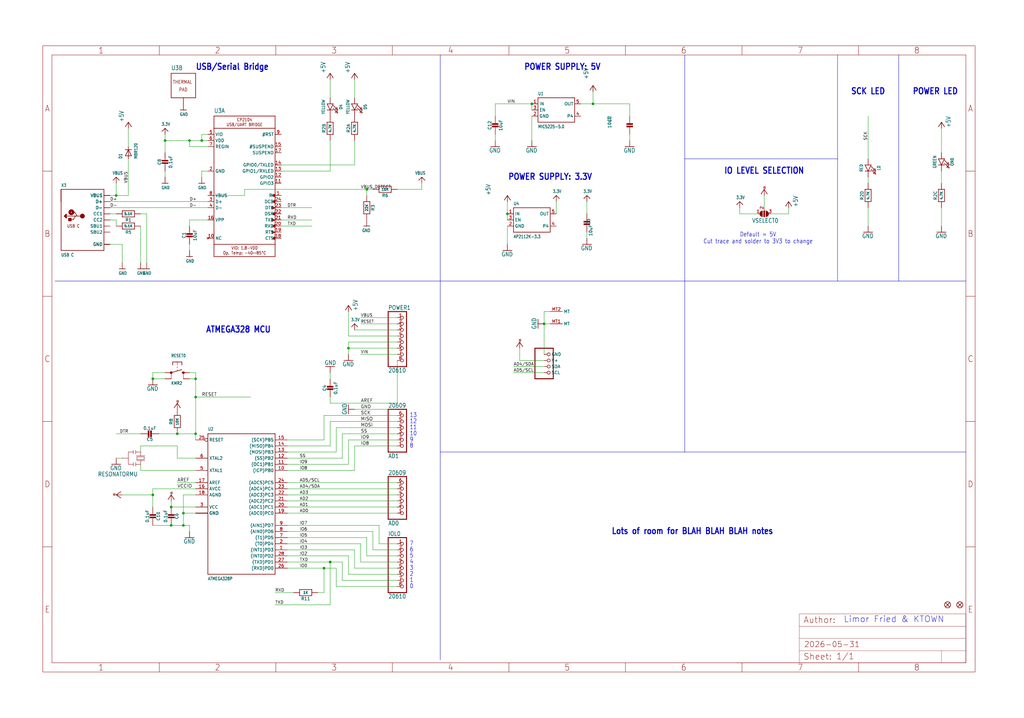
<source format=kicad_sch>
(kicad_sch (version 20230121) (generator eeschema)
  (paper "User" 425.45 298.602)
  (junction (at 63.5 205.74))
  (junction (at 76.2 213.36))
  (junction (at 71.12 210.82))
  (junction (at 68.58 58.42))
  (junction (at 76.2 218.44))
  (junction (at 81.28 180.34))
  (junction (at 48.26 81.28))
  (junction (at 71.12 218.44))
  (junction (at 152.4 78.74))
  (junction (at 73.66 180.34))
  (junction (at 81.28 165.1))
  (junction (at 83.82 58.42))
  (junction (at 226.06 134.62))
  (junction (at 246.38 43.18))
  (junction (at 137.16 233.68))
  (junction (at 81.28 157.48))
  (junction (at 220.98 43.18))
  (junction (at 78.74 58.42))
  (junction (at 210.82 88.9))
  (junction (at 63.5 157.48))
  (junction (at 144.78 144.78))
  (junction (at 134.62 236.22))
  (wire (pts (xy 205.74 55.88) (xy 205.74 58.42)) (stroke (width 0.1524)))
  (wire (pts (xy 139.7 177.8) (xy 139.7 187.96)) (stroke (width 0.1524)))
  (wire (pts (xy 220.98 45.72) (xy 220.98 43.18)) (stroke (width 0.1524)))
  (wire (pts (xy 144.78 193.04) (xy 119.38 193.04)) (stroke (width 0.1524)))
  (wire (pts (xy 142.24 190.5) (xy 142.24 180.34)) (stroke (width 0.1524)))
  (wire (pts (xy 119.38 233.68) (xy 137.16 233.68)) (stroke (width 0.1524)))
  (wire (pts (xy 226.06 152.4) (xy 213.36 152.4)) (stroke (width 0.1524)))
  (wire (pts (xy 165.1 170.18) (xy 147.32 170.18)) (stroke (width 0.1524)))
  (wire (pts (xy 137.16 233.68) (xy 142.24 233.68)) (stroke (width 0.1524)))
  (wire (pts (xy 78.74 154.94) (xy 81.28 154.94)) (stroke (width 0.1524)))
  (wire (pts (xy 152.4 78.74) (xy 152.4 81.28)) (stroke (width 0.1524)))
  (wire (pts (xy 53.34 66.04) (xy 53.34 81.28)) (stroke (width 0.1524)))
  (wire (pts (xy 261.62 55.88) (xy 261.62 58.42)) (stroke (width 0.1524)))
  (polyline (pts (xy 284.48 116.84) (xy 347.98 116.84)) (stroke (width 0.1524) (type solid)))
  (polyline (pts (xy 347.98 116.84) (xy 373.38 116.84)) (stroke (width 0.1524) (type solid)))
  (wire (pts (xy 391.16 86.36) (xy 391.16 93.98)) (stroke (width 0.1524)))
  (wire (pts (xy 165.1 142.24) (xy 144.78 142.24)) (stroke (width 0.1524)))
  (wire (pts (xy 119.38 205.74) (xy 165.1 205.74)) (stroke (width 0.1524)))
  (wire (pts (xy 78.74 58.42) (xy 68.58 58.42)) (stroke (width 0.1524)))
  (wire (pts (xy 165.1 167.64) (xy 137.16 167.64)) (stroke (width 0.1524)))
  (wire (pts (xy 137.16 58.42) (xy 137.16 71.12)) (stroke (width 0.1524)))
  (wire (pts (xy 81.28 210.82) (xy 71.12 210.82)) (stroke (width 0.1524)))
  (wire (pts (xy 142.24 241.3) (xy 165.1 241.3)) (stroke (width 0.1524)))
  (wire (pts (xy 134.62 182.88) (xy 134.62 172.72)) (stroke (width 0.1524)))
  (wire (pts (xy 58.42 187.96) (xy 58.42 185.42)) (stroke (width 0.1524)))
  (wire (pts (xy 165.1 137.16) (xy 147.32 137.16)) (stroke (width 0.1524)))
  (wire (pts (xy 66.04 180.34) (xy 73.66 180.34)) (stroke (width 0.1524)))
  (wire (pts (xy 137.16 157.48) (xy 137.16 154.94)) (stroke (width 0.1524)))
  (wire (pts (xy 134.62 246.38) (xy 134.62 236.22)) (stroke (width 0.1524)))
  (wire (pts (xy 144.78 142.24) (xy 144.78 144.78)) (stroke (width 0.1524)))
  (wire (pts (xy 86.36 60.96) (xy 78.74 60.96)) (stroke (width 0.1524)))
  (wire (pts (xy 246.38 38.1) (xy 246.38 43.18)) (stroke (width 0.1524)))
  (wire (pts (xy 246.38 43.18) (xy 261.62 43.18)) (stroke (width 0.1524)))
  (wire (pts (xy 149.86 147.32) (xy 165.1 147.32)) (stroke (width 0.1524)))
  (wire (pts (xy 307.34 86.36) (xy 307.34 88.9)) (stroke (width 0.1524)))
  (wire (pts (xy 261.62 43.18) (xy 261.62 48.26)) (stroke (width 0.1524)))
  (wire (pts (xy 119.38 218.44) (xy 157.48 218.44)) (stroke (width 0.1524)))
  (wire (pts (xy 165.1 132.08) (xy 149.86 132.08)) (stroke (width 0.1524)))
  (wire (pts (xy 154.94 228.6) (xy 154.94 220.98)) (stroke (width 0.1524)))
  (wire (pts (xy 165.1 177.8) (xy 139.7 177.8)) (stroke (width 0.1524)))
  (wire (pts (xy 228.6 129.54) (xy 226.06 129.54)) (stroke (width 0.1524)))
  (wire (pts (xy 226.06 147.32) (xy 226.06 134.62)) (stroke (width 0.1524)))
  (wire (pts (xy 360.68 93.98) (xy 360.68 86.36)) (stroke (width 0.1524)))
  (wire (pts (xy 154.94 220.98) (xy 119.38 220.98)) (stroke (width 0.1524)))
  (wire (pts (xy 215.9 149.86) (xy 215.9 144.78)) (stroke (width 0.1524)))
  (wire (pts (xy 165.1 228.6) (xy 154.94 228.6)) (stroke (width 0.1524)))
  (wire (pts (xy 45.72 91.44) (xy 48.26 91.44)) (stroke (width 0.1524)))
  (wire (pts (xy 76.2 218.44) (xy 78.74 218.44)) (stroke (width 0.1524)))
  (wire (pts (xy 147.32 185.42) (xy 165.1 185.42)) (stroke (width 0.1524)))
  (wire (pts (xy 50.8 190.5) (xy 48.26 190.5)) (stroke (width 0.1524)))
  (polyline (pts (xy 284.48 116.84) (xy 284.48 187.96)) (stroke (width 0.1524) (type solid)))
  (wire (pts (xy 81.28 200.66) (xy 73.66 200.66)) (stroke (width 0.1524)))
  (wire (pts (xy 147.32 40.64) (xy 147.32 33.02)) (stroke (width 0.1524)))
  (polyline (pts (xy 284.48 22.86) (xy 284.48 66.04)) (stroke (width 0.1524) (type solid)))
  (wire (pts (xy 149.86 226.06) (xy 119.38 226.06)) (stroke (width 0.1524)))
  (wire (pts (xy 50.8 109.22) (xy 50.8 101.6)) (stroke (width 0.1524)))
  (wire (pts (xy 48.26 180.34) (xy 58.42 180.34)) (stroke (width 0.1524)))
  (wire (pts (xy 139.7 187.96) (xy 119.38 187.96)) (stroke (width 0.1524)))
  (wire (pts (xy 360.68 76.2) (xy 360.68 73.66)) (stroke (width 0.1524)))
  (wire (pts (xy 68.58 58.42) (xy 68.58 63.5)) (stroke (width 0.1524)))
  (wire (pts (xy 68.58 71.12) (xy 68.58 73.66)) (stroke (width 0.1524)))
  (wire (pts (xy 165.1 238.76) (xy 144.78 238.76)) (stroke (width 0.1524)))
  (wire (pts (xy 142.24 180.34) (xy 165.1 180.34)) (stroke (width 0.1524)))
  (wire (pts (xy 327.66 86.36) (xy 327.66 88.9)) (stroke (width 0.1524)))
  (polyline (pts (xy 182.88 116.84) (xy 182.88 22.86)) (stroke (width 0.1524) (type solid)))
  (wire (pts (xy 86.36 81.28) (xy 101.6 81.28)) (stroke (width 0.1524)))
  (wire (pts (xy 119.38 210.82) (xy 165.1 210.82)) (stroke (width 0.1524)))
  (wire (pts (xy 165.1 233.68) (xy 149.86 233.68)) (stroke (width 0.1524)))
  (wire (pts (xy 137.16 185.42) (xy 137.16 175.26)) (stroke (width 0.1524)))
  (wire (pts (xy 116.84 71.12) (xy 137.16 71.12)) (stroke (width 0.1524)))
  (wire (pts (xy 134.62 172.72) (xy 165.1 172.72)) (stroke (width 0.1524)))
  (wire (pts (xy 165.1 208.28) (xy 119.38 208.28)) (stroke (width 0.1524)))
  (wire (pts (xy 147.32 228.6) (xy 147.32 236.22)) (stroke (width 0.1524)))
  (wire (pts (xy 119.38 223.52) (xy 152.4 223.52)) (stroke (width 0.1524)))
  (wire (pts (xy 147.32 236.22) (xy 165.1 236.22)) (stroke (width 0.1524)))
  (wire (pts (xy 50.8 205.74) (xy 63.5 205.74)) (stroke (width 0.1524)))
  (wire (pts (xy 60.96 88.9) (xy 60.96 109.22)) (stroke (width 0.1524)))
  (wire (pts (xy 78.74 60.96) (xy 78.74 58.42)) (stroke (width 0.1524)))
  (polyline (pts (xy 401.32 187.96) (xy 284.48 187.96)) (stroke (width 0.1524) (type solid)))
  (wire (pts (xy 144.78 182.88) (xy 144.78 193.04)) (stroke (width 0.1524)))
  (wire (pts (xy 119.38 200.66) (xy 165.1 200.66)) (stroke (width 0.1524)))
  (wire (pts (xy 152.4 78.74) (xy 154.94 78.74)) (stroke (width 0.1524)))
  (wire (pts (xy 134.62 246.38) (xy 132.08 246.38)) (stroke (width 0.1524)))
  (wire (pts (xy 210.82 91.44) (xy 210.82 88.9)) (stroke (width 0.1524)))
  (polyline (pts (xy 22.86 116.84) (xy 182.88 116.84)) (stroke (width 0.1524) (type solid)))
  (wire (pts (xy 307.34 88.9) (xy 314.96 88.9)) (stroke (width 0.1524)))
  (wire (pts (xy 137.16 33.02) (xy 137.16 40.64)) (stroke (width 0.1524)))
  (wire (pts (xy 241.3 43.18) (xy 246.38 43.18)) (stroke (width 0.1524)))
  (wire (pts (xy 226.06 129.54) (xy 226.06 134.62)) (stroke (width 0.1524)))
  (wire (pts (xy 101.6 81.28) (xy 101.6 78.74)) (stroke (width 0.1524)))
  (wire (pts (xy 63.5 205.74) (xy 63.5 203.2)) (stroke (width 0.1524)))
  (wire (pts (xy 116.84 86.36) (xy 129.54 86.36)) (stroke (width 0.1524)))
  (wire (pts (xy 68.58 157.48) (xy 63.5 157.48)) (stroke (width 0.1524)))
  (wire (pts (xy 78.74 91.44) (xy 78.74 93.98)) (stroke (width 0.1524)))
  (polyline (pts (xy 347.98 66.04) (xy 347.98 116.84)) (stroke (width 0.1524) (type solid)))
  (polyline (pts (xy 373.38 116.84) (xy 401.32 116.84)) (stroke (width 0.1524) (type solid)))
  (wire (pts (xy 391.16 53.34) (xy 391.16 63.5)) (stroke (width 0.1524)))
  (polyline (pts (xy 182.88 274.32) (xy 182.88 187.96)) (stroke (width 0.1524) (type solid)))
  (wire (pts (xy 144.78 144.78) (xy 144.78 147.32)) (stroke (width 0.1524)))
  (polyline (pts (xy 284.48 66.04) (xy 347.98 66.04)) (stroke (width 0.1524) (type solid)))
  (wire (pts (xy 149.86 233.68) (xy 149.86 226.06)) (stroke (width 0.1524)))
  (wire (pts (xy 86.36 91.44) (xy 78.74 91.44)) (stroke (width 0.1524)))
  (wire (pts (xy 114.3 251.46) (xy 137.16 251.46)) (stroke (width 0.1524)))
  (wire (pts (xy 76.2 218.44) (xy 76.2 213.36)) (stroke (width 0.1524)))
  (wire (pts (xy 76.2 205.74) (xy 76.2 213.36)) (stroke (width 0.1524)))
  (wire (pts (xy 317.5 81.28) (xy 317.5 86.36)) (stroke (width 0.1524)))
  (wire (pts (xy 71.12 218.44) (xy 63.5 218.44)) (stroke (width 0.1524)))
  (wire (pts (xy 142.24 233.68) (xy 142.24 241.3)) (stroke (width 0.1524)))
  (wire (pts (xy 86.36 58.42) (xy 83.82 58.42)) (stroke (width 0.1524)))
  (wire (pts (xy 243.84 83.82) (xy 243.84 88.9)) (stroke (width 0.1524)))
  (wire (pts (xy 165.1 144.78) (xy 144.78 144.78)) (stroke (width 0.1524)))
  (wire (pts (xy 78.74 157.48) (xy 81.28 157.48)) (stroke (width 0.1524)))
  (wire (pts (xy 231.14 83.82) (xy 231.14 88.9)) (stroke (width 0.1524)))
  (wire (pts (xy 152.4 231.14) (xy 165.1 231.14)) (stroke (width 0.1524)))
  (wire (pts (xy 144.78 231.14) (xy 119.38 231.14)) (stroke (width 0.1524)))
  (wire (pts (xy 81.28 154.94) (xy 81.28 157.48)) (stroke (width 0.1524)))
  (polyline (pts (xy 284.48 66.04) (xy 284.48 116.84)) (stroke (width 0.1524) (type solid)))
  (wire (pts (xy 391.16 76.2) (xy 391.16 71.12)) (stroke (width 0.1524)))
  (wire (pts (xy 119.38 228.6) (xy 147.32 228.6)) (stroke (width 0.1524)))
  (wire (pts (xy 81.28 205.74) (xy 76.2 205.74)) (stroke (width 0.1524)))
  (wire (pts (xy 86.36 71.12) (xy 83.82 71.12)) (stroke (width 0.1524)))
  (wire (pts (xy 63.5 154.94) (xy 63.5 157.48)) (stroke (width 0.1524)))
  (wire (pts (xy 53.34 81.28) (xy 48.26 81.28)) (stroke (width 0.1524)))
  (polyline (pts (xy 373.38 22.86) (xy 373.38 116.84)) (stroke (width 0.1524) (type solid)))
  (wire (pts (xy 81.28 182.88) (xy 81.28 180.34)) (stroke (width 0.1524)))
  (wire (pts (xy 81.28 157.48) (xy 81.28 165.1)) (stroke (width 0.1524)))
  (wire (pts (xy 220.98 48.26) (xy 220.98 58.42)) (stroke (width 0.1524)))
  (wire (pts (xy 205.74 43.18) (xy 220.98 43.18)) (stroke (width 0.1524)))
  (wire (pts (xy 116.84 68.58) (xy 147.32 68.58)) (stroke (width 0.1524)))
  (wire (pts (xy 45.72 88.9) (xy 48.26 88.9)) (stroke (width 0.1524)))
  (wire (pts (xy 81.28 195.58) (xy 58.42 195.58)) (stroke (width 0.1524)))
  (polyline (pts (xy 347.98 22.86) (xy 347.98 66.04)) (stroke (width 0.1524) (type solid)))
  (wire (pts (xy 129.54 93.98) (xy 116.84 93.98)) (stroke (width 0.1524)))
  (wire (pts (xy 86.36 55.88) (xy 83.82 55.88)) (stroke (width 0.1524)))
  (wire (pts (xy 63.5 210.82) (xy 63.5 205.74)) (stroke (width 0.1524)))
  (wire (pts (xy 68.58 154.94) (xy 63.5 154.94)) (stroke (width 0.1524)))
  (wire (pts (xy 78.74 218.44) (xy 78.74 220.98)) (stroke (width 0.1524)))
  (wire (pts (xy 68.58 58.42) (xy 68.58 55.88)) (stroke (width 0.1524)))
  (wire (pts (xy 137.16 251.46) (xy 137.16 233.68)) (stroke (width 0.1524)))
  (wire (pts (xy 147.32 195.58) (xy 147.32 185.42)) (stroke (width 0.1524)))
  (wire (pts (xy 226.06 149.86) (xy 215.9 149.86)) (stroke (width 0.1524)))
  (wire (pts (xy 137.16 175.26) (xy 165.1 175.26)) (stroke (width 0.1524)))
  (wire (pts (xy 139.7 243.84) (xy 139.7 236.22)) (stroke (width 0.1524)))
  (wire (pts (xy 53.34 53.34) (xy 53.34 60.96)) (stroke (width 0.1524)))
  (wire (pts (xy 101.6 78.74) (xy 152.4 78.74)) (stroke (width 0.1524)))
  (wire (pts (xy 175.26 78.74) (xy 175.26 76.2)) (stroke (width 0.1524)))
  (wire (pts (xy 116.84 91.44) (xy 129.54 91.44)) (stroke (width 0.1524)))
  (wire (pts (xy 210.82 88.9) (xy 210.82 83.82)) (stroke (width 0.1524)))
  (wire (pts (xy 360.68 66.04) (xy 360.68 48.26)) (stroke (width 0.1524)))
  (wire (pts (xy 45.72 81.28) (xy 48.26 81.28)) (stroke (width 0.1524)))
  (wire (pts (xy 134.62 236.22) (xy 119.38 236.22)) (stroke (width 0.1524)))
  (wire (pts (xy 83.82 71.12) (xy 83.82 73.66)) (stroke (width 0.1524)))
  (wire (pts (xy 48.26 91.44) (xy 48.26 93.98)) (stroke (width 0.1524)))
  (wire (pts (xy 165.1 203.2) (xy 119.38 203.2)) (stroke (width 0.1524)))
  (wire (pts (xy 165.1 139.7) (xy 144.78 139.7)) (stroke (width 0.1524)))
  (wire (pts (xy 119.38 182.88) (xy 134.62 182.88)) (stroke (width 0.1524)))
  (wire (pts (xy 83.82 55.88) (xy 83.82 58.42)) (stroke (width 0.1524)))
  (wire (pts (xy 45.72 83.82) (xy 86.36 83.82)) (stroke (width 0.1524)))
  (wire (pts (xy 165.1 167.64) (xy 165.1 149.86)) (stroke (width 0.1524)))
  (wire (pts (xy 226.06 134.62) (xy 228.6 134.62)) (stroke (width 0.1524)))
  (wire (pts (xy 147.32 68.58) (xy 147.32 58.42)) (stroke (width 0.1524)))
  (wire (pts (xy 81.28 203.2) (xy 63.5 203.2)) (stroke (width 0.1524)))
  (polyline (pts (xy 284.48 187.96) (xy 182.88 187.96)) (stroke (width 0.1524) (type solid)))
  (wire (pts (xy 139.7 236.22) (xy 134.62 236.22)) (stroke (width 0.1524)))
  (wire (pts (xy 210.82 101.6) (xy 210.82 93.98)) (stroke (width 0.1524)))
  (polyline (pts (xy 284.48 116.84) (xy 182.88 116.84)) (stroke (width 0.1524) (type solid)))
  (wire (pts (xy 165.1 213.36) (xy 119.38 213.36)) (stroke (width 0.1524)))
  (wire (pts (xy 157.48 226.06) (xy 165.1 226.06)) (stroke (width 0.1524)))
  (wire (pts (xy 165.1 243.84) (xy 139.7 243.84)) (stroke (width 0.1524)))
  (wire (pts (xy 76.2 218.44) (xy 71.12 218.44)) (stroke (width 0.1524)))
  (wire (pts (xy 58.42 185.42) (xy 73.66 185.42)) (stroke (width 0.1524)))
  (wire (pts (xy 157.48 218.44) (xy 157.48 226.06)) (stroke (width 0.1524)))
  (wire (pts (xy 45.72 86.36) (xy 86.36 86.36)) (stroke (width 0.1524)))
  (wire (pts (xy 73.66 190.5) (xy 81.28 190.5)) (stroke (width 0.1524)))
  (wire (pts (xy 104.14 165.1) (xy 81.28 165.1)) (stroke (width 0.1524)))
  (wire (pts (xy 83.82 58.42) (xy 78.74 58.42)) (stroke (width 0.1524)))
  (wire (pts (xy 144.78 238.76) (xy 144.78 231.14)) (stroke (width 0.1524)))
  (wire (pts (xy 73.66 185.42) (xy 73.66 190.5)) (stroke (width 0.1524)))
  (wire (pts (xy 48.26 81.28) (xy 48.26 76.2)) (stroke (width 0.1524)))
  (wire (pts (xy 73.66 180.34) (xy 81.28 180.34)) (stroke (width 0.1524)))
  (wire (pts (xy 165.1 78.74) (xy 175.26 78.74)) (stroke (width 0.1524)))
  (wire (pts (xy 58.42 88.9) (xy 60.96 88.9)) (stroke (width 0.1524)))
  (wire (pts (xy 71.12 210.82) (xy 71.12 208.28)) (stroke (width 0.1524)))
  (wire (pts (xy 137.16 185.42) (xy 119.38 185.42)) (stroke (width 0.1524)))
  (wire (pts (xy 226.06 154.94) (xy 213.36 154.94)) (stroke (width 0.1524)))
  (wire (pts (xy 149.86 134.62) (xy 165.1 134.62)) (stroke (width 0.1524)))
  (wire (pts (xy 165.1 182.88) (xy 144.78 182.88)) (stroke (width 0.1524)))
  (wire (pts (xy 58.42 93.98) (xy 58.42 109.22)) (stroke (width 0.1524)))
  (wire (pts (xy 119.38 190.5) (xy 142.24 190.5)) (stroke (width 0.1524)))
  (wire (pts (xy 327.66 88.9) (xy 320.04 88.9)) (stroke (width 0.1524)))
  (wire (pts (xy 119.38 195.58) (xy 147.32 195.58)) (stroke (width 0.1524)))
  (wire (pts (xy 144.78 129.54) (xy 144.78 139.7)) (stroke (width 0.1524)))
  (wire (pts (xy 243.84 96.52) (xy 243.84 99.06)) (stroke (width 0.1524)))
  (wire (pts (xy 76.2 213.36) (xy 81.28 213.36)) (stroke (width 0.1524)))
  (wire (pts (xy 152.4 223.52) (xy 152.4 231.14)) (stroke (width 0.1524)))
  (wire (pts (xy 205.74 43.18) (xy 205.74 48.26)) (stroke (width 0.1524)))
  (polyline (pts (xy 182.88 187.96) (xy 182.88 116.84)) (stroke (width 0.1524) (type solid)))
  (wire (pts (xy 78.74 101.6) (xy 78.74 104.14)) (stroke (width 0.1524)))
  (wire (pts (xy 50.8 101.6) (xy 45.72 101.6)) (stroke (width 0.1524)))
  (wire (pts (xy 81.28 180.34) (xy 81.28 165.1)) (stroke (width 0.1524)))
  (wire (pts (xy 137.16 165.1) (xy 137.16 167.64)) (stroke (width 0.1524)))
  (wire (pts (xy 58.42 195.58) (xy 58.42 193.04)) (stroke (width 0.1524)))
  (wire (pts (xy 114.3 246.38) (xy 121.92 246.38)) (stroke (width 0.1524)))
  (text "1" (at 170.18 241.3 0) (effects (font (size 1.778 1.5113)) (justify left)))
  (text "4" (at 170.18 233.68 0) (effects (font (size 1.778 1.5113)) (justify left)))
  (text "2" (at 170.18 238.76 0) (effects (font (size 1.778 1.5113)) (justify left)))
  (text "5" (at 170.18 231.14 0) (effects (font (size 1.778 1.5113)) (justify left)))
  (text "0" (at 170.18 243.84 0) (effects (font (size 1.778 1.5113)) (justify left)))
  (text "6" (at 170.18 228.6 0) (effects (font (size 1.778 1.5113)) (justify left)))
  (text "IO LEVEL SELECTION" (at 317.5 71.12 0) (effects (font (size 2.54 2.159) (thickness 0.4318) bold)))
  (text "11" (at 170.18 177.8 0) (effects (font (size 1.778 1.5113)) (justify left)))
  (text "POWER LED" (at 388.62 38.1 0) (effects (font (size 2.54 2.159) (thickness 0.4318) bold)))
  (text "13" (at 170.18 172.72 0) (effects (font (size 1.778 1.5113)) (justify left)))
  (text "12" (at 170.18 175.26 0) (effects (font (size 1.778 1.5113)) (justify left)))
  (text "Limor Fried & KTOWN" (at 350.52 259.08 0) (effects (font (size 2.54 2.54)) (justify left bottom)))
  (text "Default = 5V\nCut trace and solder to 3V3 to change" (at 314.96 99.06 0) (effects (font (size 1.778 1.5113))))
  (text "POWER SUPPLY: 3.3V" (at 228.6 73.66 0) (effects (font (size 2.54 2.159) (thickness 0.4318) bold)))
  (text "POWER SUPPLY: 5V" (at 233.68 27.94 0) (effects (font (size 2.54 2.159) (thickness 0.4318) bold)))
  (text "USB/Serial Bridge" (at 96.52 27.94 0) (effects (font (size 2.54 2.159) (thickness 0.4318) bold)))
  (text "3" (at 170.18 236.22 0) (effects (font (size 1.778 1.5113)) (justify left)))
  (text "9" (at 170.18 182.88 0) (effects (font (size 1.778 1.5113)) (justify left)))
  (text "SCK LED" (at 360.68 38.1 0) (effects (font (size 2.54 2.159) (thickness 0.4318) bold)))
  (text "Lots of room for BLAH BLAH BLAH notes" (at 254 220.98 0) (effects (font (size 2.54 2.159) (thickness 0.4318) bold) (justify left)))
  (text "10" (at 170.18 180.34 0) (effects (font (size 1.778 1.5113)) (justify left)))
  (text "8" (at 170.18 185.42 0) (effects (font (size 1.778 1.5113)) (justify left)))
  (text "ATMEGA328 MCU" (at 99.06 137.16 0) (effects (font (size 2.54 2.159) (thickness 0.4318) bold)))
  (text "7" (at 170.18 226.06 0) (effects (font (size 1.778 1.5113)) (justify left)))
  (label "IO2" (at 124.46 231.14 0) (effects (font (size 1.2446 1.2446))))
  (label "AD5/SCL" (at 213.36 154.94 0) (effects (font (size 1.2446 1.2446))))
  (label "RXD" (at 114.3 246.38 0) (effects (font (size 1.2446 1.2446))))
  (label "AD3" (at 124.46 205.74 0) (effects (font (size 1.2446 1.2446))))
  (label "RXD" (at 119.38 91.44 0) (effects (font (size 1.2446 1.2446))))
  (label "D-" (at 45.72 86.36 0) (effects (font (size 1.2446 1.2446))))
  (label "IO9" (at 124.46 193.04 0) (effects (font (size 1.2446 1.2446))))
  (label "SS" (at 124.46 190.5 0) (effects (font (size 1.2446 1.2446))))
  (label "IO9" (at 149.86 182.88 0) (effects (font (size 1.3513 1.3513))))
  (label "IO0" (at 124.46 236.22 0) (effects (font (size 1.2446 1.2446))))
  (label "DTR" (at 119.38 86.36 0) (effects (font (size 1.2446 1.2446))))
  (label "TXD" (at 124.46 233.68 0) (effects (font (size 1.2446 1.2446))))
  (label "IO6" (at 124.46 220.98 0) (effects (font (size 1.2446 1.2446))))
  (label "AD4/SDA" (at 124.46 203.2 0) (effects (font (size 1.2446 1.2446))))
  (label "IO7" (at 124.46 218.44 0) (effects (font (size 1.2446 1.2446))))
  (label "D-" (at 78.74 86.36 0) (effects (font (size 1.2446 1.2446))))
  (label "SCK" (at 360.68 58.42 90) (effects (font (size 1.2446 1.2446))))
  (label "VBUS" (at 53.34 76.2 90) (effects (font (size 1.2446 1.2446))))
  (label "DTR" (at 53.34 180.34 180) (effects (font (size 1.2446 1.2446))))
  (label "TXD" (at 114.3 251.46 0) (effects (font (size 1.2446 1.2446))))
  (label "SCK" (at 149.86 172.72 0) (effects (font (size 1.3513 1.3513))))
  (label "AD1" (at 124.46 210.82 0) (effects (font (size 1.2446 1.2446))))
  (label "AD2" (at 124.46 208.28 0) (effects (font (size 1.2446 1.2446))))
  (label "RESET" (at 149.86 134.62 0) (effects (font (size 1.1735 1.1735))))
  (label "IO8" (at 124.46 195.58 0) (effects (font (size 1.2446 1.2446))))
  (label "VBUS" (at 149.86 132.08 0) (effects (font (size 1.2446 1.2446))))
  (label "GND" (at 149.86 170.18 0) (effects (font (size 1.3513 1.3513))))
  (label "IO5" (at 124.46 223.52 0) (effects (font (size 1.2446 1.2446))))
  (label "VIN" (at 149.86 147.32 0) (effects (font (size 1.2446 1.2446))))
  (label "VBUS_DETECT" (at 149.86 78.74 0) (effects (font (size 1.2446 1.2446))))
  (label "RESET" (at 83.82 165.1 0) (effects (font (size 1.3513 1.3513))))
  (label "AD0" (at 124.46 213.36 0) (effects (font (size 1.2446 1.2446))))
  (label "AD4/SDA" (at 213.36 152.4 0) (effects (font (size 1.2446 1.2446))))
  (label "TXD" (at 119.38 93.98 0) (effects (font (size 1.2446 1.2446))))
  (label "IO4" (at 124.46 226.06 0) (effects (font (size 1.2446 1.2446))))
  (label "AD5/SCL" (at 124.46 200.66 0) (effects (font (size 1.2446 1.2446))))
  (label "D+" (at 78.74 83.82 0) (effects (font (size 1.2446 1.2446))))
  (label "VCCIO" (at 73.66 203.2 0) (effects (font (size 1.3513 1.3513))))
  (label "AREF" (at 149.86 167.64 0) (effects (font (size 1.3513 1.3513))))
  (label "SS" (at 149.86 180.34 0) (effects (font (size 1.3513 1.3513))))
  (label "VIN" (at 210.82 43.18 0) (effects (font (size 1.2446 1.2446))))
  (label "IO3" (at 124.46 228.6 0) (effects (font (size 1.2446 1.2446))))
  (label "AREF" (at 73.66 200.66 0) (effects (font (size 1.3513 1.3513))))
  (label "D+" (at 45.72 83.82 0) (effects (font (size 1.2446 1.2446))))
  (label "MOSI" (at 149.86 177.8 0) (effects (font (size 1.3513 1.3513))))
  (label "IO8" (at 149.86 185.42 0) (effects (font (size 1.3513 1.3513))))
  (label "MISO" (at 149.86 175.26 0) (effects (font (size 1.3513 1.3513))))
  (symbol (lib_id "working-eagle-import:microbuilder_GND") (at 58.42 111.76 0) (unit 1)
    (property "Reference" "#U$13" (effects hide))
    (property "Value" "GND" (at 56.896 114.3 0) (effects (font (size 1.27 1.0795)) (justify left bottom)))
  )
  (symbol (lib_id "working-eagle-import:3.3V") (at 231.14 81.28 0) (unit 1)
    (property "Reference" "#U$3" (effects hide))
    (property "Value" "3.3V" (at 229.616 80.264 0) (effects (font (size 1.27 1.0795)) (justify left bottom)))
  )
  (symbol (lib_id "working-eagle-import:GND") (at 144.78 149.86 0) (unit 1)
    (property "Reference" "#GND5" (effects hide))
    (property "Value" "GND" (at 142.24 152.4 0) (effects (font (size 1.778 1.5113)) (justify left bottom)))
  )
  (symbol (lib_id "working-eagle-import:A3L-LOC-MOD") (at 17.78 279.4 0) (unit 1)
    (property "Reference" "#FRAME1" (effects hide))
    (property "Value" "A3L-LOC-MOD" (effects hide))
  )
  (symbol (lib_id "working-eagle-import:CAP_CERAMIC0603_NO") (at 71.12 213.36 180) (unit 1)
    (property "Reference" "C6" (at 73.41 214.61 90))
    (property "Value" "0.1uF" (at 68.82 214.61 90))
    (property "Footprint" "working:0603-NO" (effects hide))
  )
  (symbol (lib_id "working-eagle-import:GND") (at 78.74 223.52 0) (unit 1)
    (property "Reference" "#GND2" (effects hide))
    (property "Value" "GND" (at 76.2 226.06 0) (effects (font (size 1.778 1.5113)) (justify left bottom)))
  )
  (symbol (lib_id "working-eagle-import:GND") (at 261.62 60.96 0) (unit 1)
    (property "Reference" "#GND7" (effects hide))
    (property "Value" "GND" (at 259.08 63.5 0) (effects (font (size 1.778 1.5113)) (justify left bottom)))
  )
  (symbol (lib_id "working-eagle-import:HEADER-1X6ROUND") (at 167.64 177.8 0) (mirror x) (unit 1)
    (property "Reference" "AD1" (at 161.29 188.595 0) (effects (font (size 1.778 1.5113)) (justify left bottom)))
    (property "Value" "20609" (at 161.29 167.64 0) (effects (font (size 1.778 1.5113)) (justify left bottom)))
    (property "Footprint" "working:1X06_ROUND" (effects hide))
  )
  (symbol (lib_id "working-eagle-import:VREG_SOT23-5") (at 220.98 91.44 0) (unit 1)
    (property "Reference" "U4" (at 213.36 85.344 0) (effects (font (size 1.27 1.0795)) (justify left bottom)))
    (property "Value" "AP2112K-3.3" (at 213.36 99.06 0) (effects (font (size 1.27 1.0795)) (justify left bottom)))
    (property "Footprint" "working:SOT23-5" (effects hide))
  )
  (symbol (lib_id "working-eagle-import:FIDUCIAL_1MM") (at 398.78 251.46 0) (unit 1)
    (property "Reference" "FD2" (effects hide))
    (property "Value" "FIDUCIAL_1MM" (effects hide))
    (property "Footprint" "working:FIDUCIAL_1MM" (effects hide))
  )
  (symbol (lib_id "working-eagle-import:microbuilder_GND") (at 83.82 76.2 0) (unit 1)
    (property "Reference" "#U$15" (effects hide))
    (property "Value" "GND" (at 82.296 78.74 0) (effects (font (size 1.27 1.0795)) (justify left bottom)))
  )
  (symbol (lib_id "working-eagle-import:microbuilder_GND") (at 68.58 76.2 0) (unit 1)
    (property "Reference" "#U$19" (effects hide))
    (property "Value" "GND" (at 67.056 78.74 0) (effects (font (size 1.27 1.0795)) (justify left bottom)))
  )
  (symbol (lib_id "working-eagle-import:FIDUCIAL_1MM") (at 393.7 251.46 0) (unit 1)
    (property "Reference" "FD1" (effects hide))
    (property "Value" "FIDUCIAL_1MM" (effects hide))
    (property "Footprint" "working:FIDUCIAL_1MM" (effects hide))
  )
  (symbol (lib_id "working-eagle-import:GND") (at 210.82 104.14 0) (unit 1)
    (property "Reference" "#GND1" (effects hide))
    (property "Value" "GND" (at 208.28 106.68 0) (effects (font (size 1.778 1.5113)) (justify left bottom)))
  )
  (symbol (lib_id "working-eagle-import:RESISTOR_4PACK") (at 147.32 53.34 90) (unit 1)
    (property "Reference" "R2" (at 144.78 53.34 0))
    (property "Value" "4.7K" (at 147.32 53.34 0) (effects (font (size 1.016 1.016) bold)))
    (property "Footprint" "working:RESPACK_4X0603" (effects hide))
  )
  (symbol (lib_id "working-eagle-import:VCCIO") (at 317.5 78.74 0) (unit 1)
    (property "Reference" "#VCC5" (effects hide))
    (property "Value" "VCCIO" (effects hide))
  )
  (symbol (lib_id "working-eagle-import:CAP_CERAMIC0603_NO") (at 63.5 180.34 90) (unit 1)
    (property "Reference" "C5" (at 62.25 182.63 90))
    (property "Value" "0.1uF" (at 62.25 178.04 90))
    (property "Footprint" "working:0603-NO" (effects hide))
  )
  (symbol (lib_id "working-eagle-import:RESONATORMU") (at 58.42 190.5 0) (unit 1)
    (property "Reference" "Y2" (effects hide))
    (property "Value" "RESONATORMU" (at 40.64 198.12 0) (effects (font (size 1.778 1.5113)) (justify left bottom)))
    (property "Footprint" "working:RESONATOR" (effects hide))
  )
  (symbol (lib_id "working-eagle-import:RESISTOR_0603_NOOUT") (at 152.4 86.36 270) (mirror x) (unit 1)
    (property "Reference" "R3" (at 154.94 86.36 0))
    (property "Value" "22K" (at 152.4 86.36 0) (effects (font (size 1.016 1.016) bold)))
    (property "Footprint" "working:0603-NO" (effects hide))
  )
  (symbol (lib_id "working-eagle-import:adafruit_power_VBUS") (at 48.26 73.66 0) (unit 1)
    (property "Reference" "#U$28" (effects hide))
    (property "Value" "VBUS" (at 46.736 72.644 0) (effects (font (size 1.27 1.0795)) (justify left bottom)))
  )
  (symbol (lib_id "working-eagle-import:RESISTOR_0603_NOOUT") (at 53.34 88.9 180) (unit 1)
    (property "Reference" "R1" (at 53.34 91.44 0))
    (property "Value" "5.1K" (at 53.34 88.9 0) (effects (font (size 1.016 1.016) bold)))
    (property "Footprint" "working:0603-NO" (effects hide))
  )
  (symbol (lib_id "working-eagle-import:RESISTOR_4PACK") (at 391.16 81.28 90) (unit 3)
    (property "Reference" "R2" (at 388.62 81.28 0))
    (property "Value" "4.7K" (at 391.16 81.28 0) (effects (font (size 1.016 1.016) bold)))
    (property "Footprint" "working:RESPACK_4X0603" (effects hide))
  )
  (symbol (lib_id "working-eagle-import:RESISTOR_0603_NOOUT") (at 73.66 175.26 90) (unit 1)
    (property "Reference" "R8" (at 71.12 175.26 0))
    (property "Value" "10K" (at 73.66 175.26 0) (effects (font (size 1.016 1.016) bold)))
    (property "Footprint" "working:0603-NO" (effects hide))
  )
  (symbol (lib_id "working-eagle-import:+5V") (at 147.32 30.48 0) (unit 1)
    (property "Reference" "#P+8" (effects hide))
    (property "Value" "+5V" (at 145.415 30.48 90) (effects (font (size 1.778 1.5113)) (justify left bottom)))
  )
  (symbol (lib_id "working-eagle-import:VREG_SOT23-5") (at 231.14 45.72 0) (unit 1)
    (property "Reference" "U1" (at 223.52 39.624 0) (effects (font (size 1.27 1.0795)) (justify left bottom)))
    (property "Value" "MIC5225-5.0" (at 223.52 53.34 0) (effects (font (size 1.27 1.0795)) (justify left bottom)))
    (property "Footprint" "working:SOT23-5" (effects hide))
  )
  (symbol (lib_id "working-eagle-import:SOLDERJUMPER_2WAY") (at 317.5 88.9 0) (unit 1)
    (property "Reference" "VSELECT0" (at 312.42 92.71 0) (effects (font (size 1.778 1.5113)) (justify left bottom)))
    (property "Value" "SOLDERJUMPER_2WAY" (effects hide))
    (property "Footprint" "working:SOLDERJUMPER_2WAY_OPEN_NOPASTE" (effects hide))
  )
  (symbol (lib_id "working-eagle-import:GND") (at 205.74 60.96 0) (unit 1)
    (property "Reference" "#GND25" (effects hide))
    (property "Value" "GND" (at 203.2 63.5 0) (effects (font (size 1.778 1.5113)) (justify left bottom)))
  )
  (symbol (lib_id "working-eagle-import:GND") (at 220.98 60.96 0) (unit 1)
    (property "Reference" "#GND11" (effects hide))
    (property "Value" "GND" (at 218.44 63.5 0) (effects (font (size 1.778 1.5113)) (justify left bottom)))
  )
  (symbol (lib_id "working-eagle-import:STEMMA_I2C_QT") (at 228.6 134.62 0) (unit 2)
    (property "Reference" "CONN1" (effects hide))
    (property "Value" "STEMMA_I2C_QT" (effects hide))
    (property "Footprint" "working:JST_SH4" (effects hide))
  )
  (symbol (lib_id "working-eagle-import:GND") (at 48.26 193.04 0) (unit 1)
    (property "Reference" "#GND3" (effects hide))
    (property "Value" "GND" (at 45.72 195.58 0) (effects (font (size 1.778 1.5113)) (justify left bottom)))
  )
  (symbol (lib_id "working-eagle-import:3.3V") (at 307.34 83.82 0) (unit 1)
    (property "Reference" "#U$9" (effects hide))
    (property "Value" "3.3V" (at 305.816 82.804 0) (effects (font (size 1.27 1.0795)) (justify left bottom)))
  )
  (symbol (lib_id "working-eagle-import:+5V") (at 53.34 50.8 0) (unit 1)
    (property "Reference" "#P+2" (effects hide))
    (property "Value" "+5V" (at 51.435 50.8 90) (effects (font (size 1.778 1.5113)) (justify left bottom)))
  )
  (symbol (lib_id "working-eagle-import:HEADER-1X870MIL") (at 167.64 142.24 0) (unit 1)
    (property "Reference" "POWER1" (at 161.29 128.905 0) (effects (font (size 1.778 1.5113)) (justify left bottom)))
    (property "Value" "20610" (at 161.29 154.94 0) (effects (font (size 1.778 1.5113)) (justify left bottom)))
    (property "Footprint" "working:1X08_ROUND_70" (effects hide))
  )
  (symbol (lib_id "working-eagle-import:+5V") (at 246.38 35.56 0) (unit 1)
    (property "Reference" "#P+14" (effects hide))
    (property "Value" "+5V" (at 244.475 33.02 90) (effects (font (size 1.778 1.5113)) (justify left bottom)))
  )
  (symbol (lib_id "working-eagle-import:CAP_CERAMIC0805-NOOUTLINE") (at 205.74 53.34 0) (unit 1)
    (property "Reference" "C12" (at 203.45 52.09 90))
    (property "Value" "10uF" (at 208.04 52.09 90))
    (property "Footprint" "working:0805-NO" (effects hide))
  )
  (symbol (lib_id "working-eagle-import:VBUS") (at 175.26 73.66 0) (mirror y) (unit 1)
    (property "Reference" "#U$25" (effects hide))
    (property "Value" "VBUS" (at 176.784 72.644 0) (effects (font (size 1.27 1.0795)) (justify left bottom)))
  )
  (symbol (lib_id "working-eagle-import:3.3V") (at 147.32 134.62 0) (unit 1)
    (property "Reference" "#U$8" (effects hide))
    (property "Value" "3.3V" (at 145.796 133.604 0) (effects (font (size 1.27 1.0795)) (justify left bottom)))
  )
  (symbol (lib_id "working-eagle-import:LED0603_NOOUTLINE") (at 137.16 45.72 270) (unit 1)
    (property "Reference" "D4" (at 141.605 44.45 0) (effects (font (size 1.27 1.0795))))
    (property "Value" "YELLOW" (at 134.366 44.45 0) (effects (font (size 1.27 1.0795))))
    (property "Footprint" "working:CHIPLED_0603_NOOUTLINE" (effects hide))
  )
  (symbol (lib_id "working-eagle-import:CP2104") (at 101.6 76.2 0) (unit 1)
    (property "Reference" "U3" (at 88.9 46.99 0) (effects (font (size 1.778 1.5113)) (justify left bottom)))
    (property "Value" "CP210x" (effects hide))
    (property "Footprint" "working:QFN24_4MM_SMSC" (effects hide))
  )
  (symbol (lib_id "working-eagle-import:GND") (at 243.84 101.6 0) (unit 1)
    (property "Reference" "#GND21" (effects hide))
    (property "Value" "GND" (at 241.3 104.14 0) (effects (font (size 1.778 1.5113)) (justify left bottom)))
  )
  (symbol (lib_id "working-eagle-import:LED0603_NOOUTLINE") (at 391.16 68.58 270) (unit 1)
    (property "Reference" "ON0" (at 395.605 67.31 0) (effects (font (size 1.27 1.0795))))
    (property "Value" "GREEN" (at 388.366 67.31 0) (effects (font (size 1.27 1.0795))))
    (property "Footprint" "working:CHIPLED_0603_NOOUTLINE" (effects hide))
  )
  (symbol (lib_id "working-eagle-import:ATMEGA328P-MM") (at 101.6 208.28 0) (unit 1)
    (property "Reference" "U2" (at 86.36 179.07 0) (effects (font (size 1.27 1.0795)) (justify left bottom)))
    (property "Value" "ATMEGA328P" (at 86.36 241.3 0) (effects (font (size 1.27 1.0795)) (justify left bottom)))
    (property "Footprint" "working:QFN28_4MM_.45MM" (effects hide))
  )
  (symbol (lib_id "working-eagle-import:GND") (at 223.52 134.62 270) (unit 1)
    (property "Reference" "#GND4" (effects hide))
    (property "Value" "GND" (at 220.98 132.08 0) (effects (font (size 1.778 1.5113)) (justify left bottom)))
  )
  (symbol (lib_id "working-eagle-import:GND") (at 144.78 170.18 270) (unit 1)
    (property "Reference" "#GND6" (effects hide))
    (property "Value" "GND" (at 142.24 167.64 0) (effects (font (size 1.778 1.5113)) (justify left bottom)))
  )
  (symbol (lib_id "working-eagle-import:SWITCH_TACT_SMT4.6X2.8") (at 73.66 154.94 0) (unit 1)
    (property "Reference" "RESET0" (at 71.12 148.59 0) (effects (font (size 1.27 1.0795)) (justify left bottom)))
    (property "Value" "KMR2" (at 71.12 160.02 0) (effects (font (size 1.27 1.0795)) (justify left bottom)))
    (property "Footprint" "working:BTN_KMR2_4.6X2.8" (effects hide))
  )
  (symbol (lib_id "working-eagle-import:+5V") (at 137.16 30.48 0) (unit 1)
    (property "Reference" "#P+7" (effects hide))
    (property "Value" "+5V" (at 135.255 30.48 90) (effects (font (size 1.778 1.5113)) (justify left bottom)))
  )
  (symbol (lib_id "working-eagle-import:HEADER-1X8ROUND") (at 167.64 236.22 0) (unit 1)
    (property "Reference" "IOL0" (at 161.29 222.885 0) (effects (font (size 1.778 1.5113)) (justify left bottom)))
    (property "Value" "20610" (at 161.29 248.92 0) (effects (font (size 1.778 1.5113)) (justify left bottom)))
    (property "Footprint" "working:1X08_ROUND" (effects hide))
  )
  (symbol (lib_id "working-eagle-import:RESISTOR_4PACK") (at 137.16 53.34 90) (unit 2)
    (property "Reference" "R2" (at 134.62 53.34 0))
    (property "Value" "4.7K" (at 137.16 53.34 0) (effects (font (size 1.016 1.016) bold)))
    (property "Footprint" "working:RESPACK_4X0603" (effects hide))
  )
  (symbol (lib_id "working-eagle-import:+5V") (at 144.78 127 0) (unit 1)
    (property "Reference" "#P+4" (effects hide))
    (property "Value" "+5V" (at 146.685 124.46 90) (effects (font (size 1.778 1.5113)) (justify right top)))
  )
  (symbol (lib_id "working-eagle-import:HEADER-1X6ROUND") (at 167.64 205.74 0) (mirror x) (unit 1)
    (property "Reference" "AD0" (at 161.29 216.535 0) (effects (font (size 1.778 1.5113)) (justify left bottom)))
    (property "Value" "20609" (at 161.29 195.58 0) (effects (font (size 1.778 1.5113)) (justify left bottom)))
    (property "Footprint" "working:1X06_ROUND" (effects hide))
  )
  (symbol (lib_id "working-eagle-import:RESISTOR_0603_NOOUT") (at 53.34 93.98 180) (unit 1)
    (property "Reference" "R5" (at 53.34 96.52 0))
    (property "Value" "5.1K" (at 53.34 93.98 0) (effects (font (size 1.016 1.016) bold)))
    (property "Footprint" "working:0603-NO" (effects hide))
  )
  (symbol (lib_id "working-eagle-import:GND") (at 137.16 152.4 180) (unit 1)
    (property "Reference" "#GND13" (effects hide))
    (property "Value" "GND" (at 139.7 149.86 0) (effects (font (size 1.778 1.5113)) (justify left bottom)))
  )
  (symbol (lib_id "working-eagle-import:VCCIO") (at 71.12 205.74 0) (unit 1)
    (property "Reference" "#VCC4" (effects hide))
    (property "Value" "VCCIO" (effects hide))
  )
  (symbol (lib_id "working-eagle-import:VCCIO") (at 215.9 142.24 0) (unit 1)
    (property "Reference" "#VCC3" (effects hide))
    (property "Value" "VCCIO" (effects hide))
  )
  (symbol (lib_id "working-eagle-import:CAP_CERAMIC0603_NO") (at 63.5 213.36 180) (unit 1)
    (property "Reference" "C10" (at 65.79 214.61 90))
    (property "Value" "0.1uF" (at 61.2 214.61 90))
    (property "Footprint" "working:0603-NO" (effects hide))
  )
  (symbol (lib_id "working-eagle-import:STEMMA_I2C_QT") (at 228.6 129.54 0) (unit 3)
    (property "Reference" "CONN1" (effects hide))
    (property "Value" "STEMMA_I2C_QT" (effects hide))
    (property "Footprint" "working:JST_SH4" (effects hide))
  )
  (symbol (lib_id "working-eagle-import:CAP_CERAMIC0603_NO") (at 68.58 68.58 0) (unit 1)
    (property "Reference" "C8" (at 66.29 67.33 90))
    (property "Value" "0.1uF" (at 70.88 67.33 90))
    (property "Footprint" "working:0603-NO" (effects hide))
  )
  (symbol (lib_id "working-eagle-import:GND") (at 63.5 160.02 0) (unit 1)
    (property "Reference" "#GND12" (effects hide))
    (property "Value" "GND" (at 60.96 162.56 0) (effects (font (size 1.778 1.5113)) (justify left bottom)))
  )
  (symbol (lib_id "working-eagle-import:DIODE_MINISOD123") (at 53.34 63.5 90) (unit 1)
    (property "Reference" "D1" (at 50.8 66.04 0) (effects (font (size 1.27 1.0795)) (justify left bottom)))
    (property "Value" "MBR120" (at 57.15 66.04 0) (effects (font (size 1.27 1.0795)) (justify left bottom)))
    (property "Footprint" "working:SOD-123FL" (effects hide))
  )
  (symbol (lib_id "working-eagle-import:3.3V") (at 68.58 53.34 0) (unit 1)
    (property "Reference" "#U$1" (effects hide))
    (property "Value" "3.3V" (at 67.056 52.324 0) (effects (font (size 1.27 1.0795)) (justify left bottom)))
  )
  (symbol (lib_id "working-eagle-import:RESISTOR_0603_NOOUT") (at 160.02 78.74 0) (mirror x) (unit 1)
    (property "Reference" "R6" (at 160.02 81.28 0))
    (property "Value" "10K" (at 160.02 78.74 0) (effects (font (size 1.016 1.016) bold)))
    (property "Footprint" "working:0603-NO" (effects hide))
  )
  (symbol (lib_id "working-eagle-import:3.3V") (at 243.84 81.28 0) (unit 1)
    (property "Reference" "#U$2" (effects hide))
    (property "Value" "3.3V" (at 242.316 80.264 0) (effects (font (size 1.27 1.0795)) (justify left bottom)))
  )
  (symbol (lib_id "working-eagle-import:microbuilder_GND") (at 60.96 111.76 0) (unit 1)
    (property "Reference" "#U$17" (effects hide))
    (property "Value" "GND" (at 59.436 114.3 0) (effects (font (size 1.27 1.0795)) (justify left bottom)))
  )
  (symbol (lib_id "working-eagle-import:LED0603_NOOUTLINE") (at 360.68 71.12 270) (unit 1)
    (property "Reference" "L0" (at 365.125 69.85 0) (effects (font (size 1.27 1.0795))))
    (property "Value" "RED" (at 357.886 69.85 0) (effects (font (size 1.27 1.0795))))
    (property "Footprint" "working:CHIPLED_0603_NOOUTLINE" (effects hide))
  )
  (symbol (lib_id "working-eagle-import:VCCIO") (at 73.66 167.64 0) (unit 1)
    (property "Reference" "#VCC2" (effects hide))
    (property "Value" "VCCIO" (effects hide))
  )
  (symbol (lib_id "working-eagle-import:CAP_CERAMIC0603_NO") (at 137.16 162.56 0) (unit 1)
    (property "Reference" "C4" (at 134.87 161.31 90))
    (property "Value" "0.1uF" (at 139.46 161.31 90))
    (property "Footprint" "working:0603-NO" (effects hide))
  )
  (symbol (lib_id "working-eagle-import:CP2104") (at 76.2 35.56 0) (unit 2)
    (property "Reference" "U3" (at 71.12 29.21 0) (effects (font (size 1.778 1.5113)) (justify left bottom)))
    (property "Value" "CP210x" (effects hide))
    (property "Footprint" "working:QFN24_4MM_SMSC" (effects hide))
  )
  (symbol (lib_id "working-eagle-import:+5V") (at 210.82 81.28 0) (unit 1)
    (property "Reference" "#P+3" (effects hide))
    (property "Value" "+5V" (at 203.835 81.28 90) (effects (font (size 1.778 1.5113)) (justify left bottom)))
  )
  (symbol (lib_id "working-eagle-import:microbuilder_GND") (at 152.4 93.98 0) (mirror y) (unit 1)
    (property "Reference" "#U$11" (effects hide))
    (property "Value" "GND" (at 153.924 96.52 0) (effects (font (size 1.27 1.0795)) (justify left bottom)))
  )
  (symbol (lib_id "working-eagle-import:CAP_CERAMIC0805-NOOUTLINE") (at 78.74 99.06 0) (unit 1)
    (property "Reference" "C1" (at 76.45 97.81 90))
    (property "Value" "10uF" (at 81.04 97.81 90))
    (property "Footprint" "working:0805-NO" (effects hide))
  )
  (symbol (lib_id "working-eagle-import:RESISTOR_4PACK") (at 360.68 81.28 90) (unit 4)
    (property "Reference" "R2" (at 358.14 81.28 0))
    (property "Value" "4.7K" (at 360.68 81.28 0) (effects (font (size 1.016 1.016) bold)))
    (property "Footprint" "working:RESPACK_4X0603" (effects hide))
  )
  (symbol (lib_id "working-eagle-import:USB_C") (at 35.56 91.44 0) (unit 1)
    (property "Reference" "X3" (at 25.4 77.724 0) (effects (font (size 1.27 1.0795)) (justify left bottom)))
    (property "Value" "USB C" (at 25.4 106.68 0) (effects (font (size 1.27 1.0795)) (justify left bottom)))
    (property "Footprint" "working:USB_C_CUSB31-CFM2AX-01-X" (effects hide))
  )
  (symbol (lib_id "working-eagle-import:CAP_CERAMIC0805-NOOUTLINE") (at 243.84 91.44 0) (mirror x) (unit 1)
    (property "Reference" "C3" (at 245.237 90.805 90) (effects (justify left bottom)))
    (property "Value" "10uF" (at 246.126 93.345 90) (effects (justify left bottom)))
    (property "Footprint" "working:0805-NO" (effects hide))
  )
  (symbol (lib_id "working-eagle-import:GND") (at 360.68 96.52 0) (unit 1)
    (property "Reference" "#GND17" (effects hide))
    (property "Value" "GND" (at 358.14 99.06 0) (effects (font (size 1.778 1.5113)) (justify left bottom)))
  )
  (symbol (lib_id "working-eagle-import:+5V") (at 327.66 83.82 0) (unit 1)
    (property "Reference" "#P+1" (effects hide))
    (property "Value" "+5V" (at 329.565 81.28 90) (effects (font (size 1.778 1.5113)) (justify right top)))
  )
  (symbol (lib_id "working-eagle-import:STEMMA_I2C_QT") (at 226.06 152.4 0) (unit 1)
    (property "Reference" "CONN1" (effects hide))
    (property "Value" "STEMMA_I2C_QT" (effects hide))
    (property "Footprint" "working:JST_SH4" (effects hide))
  )
  (symbol (lib_id "working-eagle-import:CAP_CERAMIC0805-NOOUTLINE") (at 261.62 50.8 180) (unit 1)
    (property "Reference" "C2" (at 254 50.8 90) (effects (justify right top)))
    (property "Value" "10uF" (at 254 53.34 90) (effects (justify right top)))
    (property "Footprint" "working:0805-NO" (effects hide))
  )
  (symbol (lib_id "working-eagle-import:microbuilder_GND") (at 50.8 111.76 0) (unit 1)
    (property "Reference" "#U$23" (effects hide))
    (property "Value" "GND" (at 49.276 114.3 0) (effects (font (size 1.27 1.0795)) (justify left bottom)))
  )
  (symbol (lib_id "working-eagle-import:+5V") (at 391.16 50.8 0) (unit 1)
    (property "Reference" "#P+5" (effects hide))
    (property "Value" "+5V" (at 393.065 48.26 90) (effects (font (size 1.778 1.5113)) (justify right top)))
  )
  (symbol (lib_id "working-eagle-import:VCCIO") (at 48.26 205.74 90) (unit 1)
    (property "Reference" "#VCC1" (effects hide))
    (property "Value" "VCCIO" (effects hide))
  )
  (symbol (lib_id "working-eagle-import:microbuilder_GND") (at 78.74 106.68 0) (unit 1)
    (property "Reference" "#U$16" (effects hide))
    (property "Value" "GND" (at 77.216 109.22 0) (effects (font (size 1.27 1.0795)) (justify left bottom)))
  )
  (symbol (lib_id "working-eagle-import:RESISTOR_0603_NOOUT") (at 127 246.38 180) (unit 1)
    (property "Reference" "R11" (at 127 248.92 0))
    (property "Value" "1K" (at 127 246.38 0) (effects (font (size 1.016 1.016) bold)))
    (property "Footprint" "working:0603-NO" (effects hide))
  )
  (symbol (lib_id "working-eagle-import:GND") (at 391.16 96.52 0) (unit 1)
    (property "Reference" "#GND14" (effects hide))
    (property "Value" "GND" (at 388.62 99.06 0) (effects (font (size 1.778 1.5113)) (justify left bottom)))
  )
  (symbol (lib_id "working-eagle-import:microbuilder_GND") (at 76.2 45.72 0) (unit 1)
    (property "Reference" "#U$26" (effects hide))
    (property "Value" "GND" (at 74.676 48.26 0) (effects (font (size 1.27 1.0795)) (justify left bottom)))
  )
  (symbol (lib_id "working-eagle-import:LED0603_NOOUTLINE") (at 147.32 45.72 270) (unit 1)
    (property "Reference" "D5" (at 151.765 44.45 0) (effects (font (size 1.27 1.0795))))
    (property "Value" "YELLOW" (at 144.526 44.45 0) (effects (font (size 1.27 1.0795))))
    (property "Footprint" "working:CHIPLED_0603_NOOUTLINE" (effects hide))
  )
)
</source>
